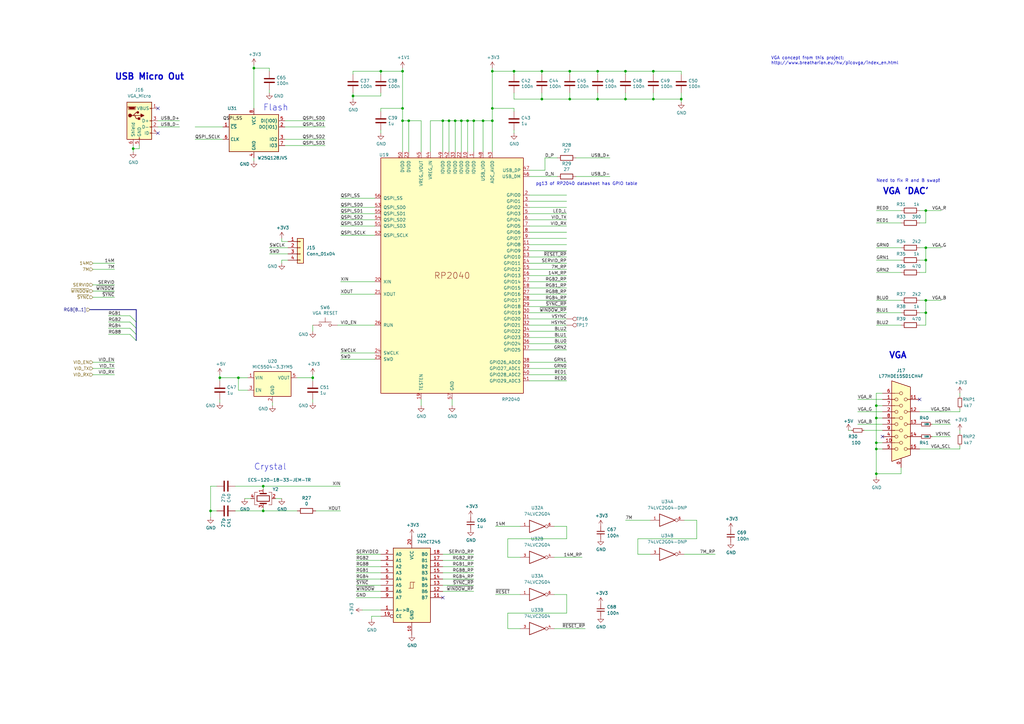
<source format=kicad_sch>
(kicad_sch (version 20211123) (generator eeschema)
  (paper "A3")
  (title_block (title "Apple II to VGA2040 ") (rev "3a") (company "twitch.tv/baldengineer"))
  (junction (at 233.68 29.21))
  (junction (at 107.95 199.39))
  (junction (at 90.17 154.94))
  (junction (at 181.61 49.53))
  (junction (at 379.73 123.19))
  (junction (at 189.23 49.53))
  (junction (at 379.73 101.6))
  (junction (at 267.97 40.64))
  (junction (at 359.41 181.61))
  (junction (at 256.54 29.21))
  (junction (at 54.61 60.96))
  (junction (at 256.54 40.64))
  (junction (at 359.41 166.37))
  (junction (at 97.79 154.94))
  (junction (at 167.64 49.53))
  (junction (at 379.73 86.36))
  (junction (at 359.41 184.15))
  (junction (at 379.73 128.27))
  (junction (at 210.82 29.21))
  (junction (at 165.1 49.53))
  (junction (at 198.12 49.53))
  (junction (at 379.73 106.68))
  (junction (at 128.27 154.94))
  (junction (at 186.69 49.53))
  (junction (at 201.93 29.21))
  (junction (at 222.25 29.21))
  (junction (at 156.21 29.21))
  (junction (at 222.25 40.64))
  (junction (at 184.15 49.53))
  (junction (at 233.68 40.64))
  (junction (at 267.97 29.21))
  (junction (at 104.14 27.94))
  (junction (at 359.41 171.45))
  (junction (at 165.1 29.21))
  (junction (at 201.93 44.45))
  (junction (at 359.41 194.31))
  (junction (at 86.36 209.55))
  (junction (at 245.11 40.64))
  (junction (at 165.1 44.45))
  (junction (at 279.4 40.64))
  (junction (at 194.31 49.53))
  (junction (at 191.77 49.53))
  (junction (at 144.78 39.37))
  (junction (at 107.95 209.55))
  (junction (at 245.11 29.21))
  (junction (at 201.93 49.53))
  (no_connect (at 361.95 179.07))
  (no_connect (at 181.61 245.11))
  (no_connect (at 377.19 163.83))
  (no_connect (at 64.77 54.61))
  (no_connect (at 64.77 44.45))
  (bus_entry (at 53.34 137.16) (size 2.54 2.54))
  (bus_entry (at 53.34 134.62) (size 2.54 2.54))
  (bus_entry (at 53.34 129.54) (size 2.54 2.54))
  (bus_entry (at 53.34 132.08) (size 2.54 2.54))
  (wire (pts (xy 377.19 101.6) (xy 379.73 101.6)))
  (wire (pts (xy 285.75 220.98) (xy 261.62 220.98)))
  (wire (pts (xy 86.36 199.39) (xy 86.36 209.55)))
  (wire (pts (xy 359.41 161.29) (xy 359.41 166.37)))
  (wire (pts (xy 156.21 39.37) (xy 156.21 38.1)))
  (wire (pts (xy 96.52 199.39) (xy 107.95 199.39)))
  (wire (pts (xy 139.7 92.71) (xy 153.67 92.71)))
  (wire (pts (xy 156.21 44.45) (xy 165.1 44.45)))
  (wire (pts (xy 217.17 69.85) (xy 223.52 69.85)))
  (wire (pts (xy 217.17 82.55) (xy 232.41 82.55)))
  (wire (pts (xy 146.05 242.57) (xy 156.21 242.57)))
  (wire (pts (xy 217.17 140.97) (xy 232.41 140.97)))
  (wire (pts (xy 379.73 91.44) (xy 379.73 86.36)))
  (wire (pts (xy 88.9 199.39) (xy 86.36 199.39)))
  (wire (pts (xy 107.95 200.66) (xy 107.95 199.39)))
  (wire (pts (xy 115.57 106.68) (xy 115.57 107.95)))
  (wire (pts (xy 181.61 234.95) (xy 194.31 234.95)))
  (wire (pts (xy 128.27 133.35) (xy 128.27 135.89)))
  (wire (pts (xy 146.05 227.33) (xy 156.21 227.33)))
  (wire (pts (xy 369.57 128.27) (xy 359.41 128.27)))
  (wire (pts (xy 101.6 154.94) (xy 97.79 154.94)))
  (wire (pts (xy 201.93 27.94) (xy 201.93 29.21)))
  (wire (pts (xy 107.95 208.28) (xy 107.95 209.55)))
  (wire (pts (xy 90.17 153.67) (xy 90.17 154.94)))
  (wire (pts (xy 217.17 120.65) (xy 232.41 120.65)))
  (wire (pts (xy 184.15 49.53) (xy 186.69 49.53)))
  (wire (pts (xy 181.61 229.87) (xy 194.31 229.87)))
  (wire (pts (xy 377.19 111.76) (xy 379.73 111.76)))
  (wire (pts (xy 118.11 104.14) (xy 110.49 104.14)))
  (wire (pts (xy 377.19 106.68) (xy 379.73 106.68)))
  (wire (pts (xy 361.95 184.15) (xy 359.41 184.15)))
  (wire (pts (xy 236.22 72.39) (xy 250.19 72.39)))
  (wire (pts (xy 144.78 30.48) (xy 144.78 29.21)))
  (wire (pts (xy 217.17 95.25) (xy 232.41 95.25)))
  (wire (pts (xy 172.72 163.83) (xy 172.72 166.37)))
  (wire (pts (xy 194.31 49.53) (xy 198.12 49.53)))
  (wire (pts (xy 208.28 257.81) (xy 213.36 257.81)))
  (wire (pts (xy 217.17 138.43) (xy 232.41 138.43)))
  (wire (pts (xy 223.52 64.77) (xy 228.6 64.77)))
  (wire (pts (xy 379.73 128.27) (xy 379.73 123.19)))
  (wire (pts (xy 222.25 38.1) (xy 222.25 40.64)))
  (wire (pts (xy 118.11 106.68) (xy 115.57 106.68)))
  (wire (pts (xy 57.15 59.69) (xy 57.15 60.96)))
  (wire (pts (xy 184.15 62.23) (xy 184.15 49.53)))
  (wire (pts (xy 217.17 80.01) (xy 232.41 80.01)))
  (wire (pts (xy 232.41 243.84) (xy 232.41 251.46)))
  (wire (pts (xy 57.15 60.96) (xy 54.61 60.96)))
  (wire (pts (xy 44.45 137.16) (xy 53.34 137.16)))
  (wire (pts (xy 210.82 30.48) (xy 210.82 29.21)))
  (wire (pts (xy 210.82 45.72) (xy 210.82 44.45)))
  (wire (pts (xy 217.17 115.57) (xy 232.41 115.57)))
  (wire (pts (xy 128.27 163.83) (xy 128.27 165.1)))
  (wire (pts (xy 217.17 113.03) (xy 232.41 113.03)))
  (wire (pts (xy 217.17 135.89) (xy 232.41 135.89)))
  (wire (pts (xy 115.57 99.06) (xy 118.11 99.06)))
  (wire (pts (xy 146.05 229.87) (xy 156.21 229.87)))
  (wire (pts (xy 236.22 64.77) (xy 250.19 64.77)))
  (wire (pts (xy 233.68 38.1) (xy 233.68 40.64)))
  (wire (pts (xy 139.7 90.17) (xy 153.67 90.17)))
  (wire (pts (xy 279.4 30.48) (xy 279.4 29.21)))
  (wire (pts (xy 167.64 62.23) (xy 167.64 49.53)))
  (wire (pts (xy 176.53 49.53) (xy 181.61 49.53)))
  (wire (pts (xy 172.72 49.53) (xy 167.64 49.53)))
  (wire (pts (xy 38.1 121.92) (xy 46.99 121.92)))
  (wire (pts (xy 121.92 154.94) (xy 128.27 154.94)))
  (wire (pts (xy 198.12 62.23) (xy 198.12 49.53)))
  (wire (pts (xy 210.82 38.1) (xy 210.82 40.64)))
  (wire (pts (xy 217.17 153.67) (xy 232.41 153.67)))
  (wire (pts (xy 104.14 64.77) (xy 104.14 66.04)))
  (wire (pts (xy 90.17 163.83) (xy 90.17 165.1)))
  (wire (pts (xy 217.17 87.63) (xy 232.41 87.63)))
  (wire (pts (xy 38.1 107.95) (xy 46.99 107.95)))
  (wire (pts (xy 54.61 60.96) (xy 54.61 62.23)))
  (wire (pts (xy 167.64 49.53) (xy 165.1 49.53)))
  (wire (pts (xy 361.95 161.29) (xy 359.41 161.29)))
  (wire (pts (xy 104.14 26.67) (xy 104.14 27.94)))
  (wire (pts (xy 217.17 123.19) (xy 232.41 123.19)))
  (wire (pts (xy 377.19 91.44) (xy 379.73 91.44)))
  (wire (pts (xy 280.67 213.36) (xy 285.75 213.36)))
  (wire (pts (xy 377.19 128.27) (xy 379.73 128.27)))
  (wire (pts (xy 80.01 57.15) (xy 91.44 57.15)))
  (wire (pts (xy 146.05 240.03) (xy 156.21 240.03)))
  (wire (pts (xy 128.27 154.94) (xy 128.27 156.21)))
  (wire (pts (xy 217.17 125.73) (xy 232.41 125.73)))
  (bus (pts (xy 55.88 139.7) (xy 55.88 137.16)))
  (wire (pts (xy 280.67 227.33) (xy 293.37 227.33)))
  (wire (pts (xy 194.31 237.49) (xy 181.61 237.49)))
  (wire (pts (xy 191.77 62.23) (xy 191.77 49.53)))
  (wire (pts (xy 38.1 151.13) (xy 46.99 151.13)))
  (wire (pts (xy 107.95 199.39) (xy 139.7 199.39)))
  (wire (pts (xy 217.17 90.17) (xy 232.41 90.17)))
  (wire (pts (xy 361.95 173.99) (xy 351.79 173.99)))
  (wire (pts (xy 181.61 49.53) (xy 184.15 49.53)))
  (wire (pts (xy 256.54 40.64) (xy 245.11 40.64)))
  (wire (pts (xy 96.52 209.55) (xy 107.95 209.55)))
  (wire (pts (xy 267.97 29.21) (xy 279.4 29.21)))
  (wire (pts (xy 102.87 204.47) (xy 100.33 204.47)))
  (wire (pts (xy 185.42 163.83) (xy 185.42 166.37)))
  (wire (pts (xy 86.36 209.55) (xy 86.36 212.09)))
  (wire (pts (xy 217.17 85.09) (xy 232.41 85.09)))
  (wire (pts (xy 245.11 30.48) (xy 245.11 29.21)))
  (wire (pts (xy 156.21 45.72) (xy 156.21 44.45)))
  (wire (pts (xy 64.77 49.53) (xy 73.66 49.53)))
  (wire (pts (xy 152.4 252.73) (xy 152.4 254)))
  (wire (pts (xy 144.78 38.1) (xy 144.78 39.37)))
  (wire (pts (xy 393.7 176.53) (xy 393.7 177.8)))
  (wire (pts (xy 165.1 29.21) (xy 165.1 44.45)))
  (wire (pts (xy 201.93 29.21) (xy 210.82 29.21)))
  (wire (pts (xy 111.76 166.37) (xy 111.76 165.1)))
  (wire (pts (xy 201.93 29.21) (xy 201.93 44.45)))
  (wire (pts (xy 377.19 133.35) (xy 379.73 133.35)))
  (wire (pts (xy 267.97 40.64) (xy 279.4 40.64)))
  (wire (pts (xy 233.68 30.48) (xy 233.68 29.21)))
  (wire (pts (xy 222.25 40.64) (xy 210.82 40.64)))
  (wire (pts (xy 44.45 132.08) (xy 53.34 132.08)))
  (wire (pts (xy 176.53 62.23) (xy 176.53 49.53)))
  (wire (pts (xy 165.1 49.53) (xy 165.1 62.23)))
  (wire (pts (xy 217.17 148.59) (xy 232.41 148.59)))
  (wire (pts (xy 217.17 128.27) (xy 232.41 128.27)))
  (wire (pts (xy 97.79 154.94) (xy 90.17 154.94)))
  (wire (pts (xy 359.41 111.76) (xy 369.57 111.76)))
  (wire (pts (xy 379.73 133.35) (xy 379.73 128.27)))
  (wire (pts (xy 393.7 161.29) (xy 393.7 162.56)))
  (wire (pts (xy 203.2 243.84) (xy 213.36 243.84)))
  (wire (pts (xy 165.1 44.45) (xy 165.1 49.53)))
  (wire (pts (xy 233.68 40.64) (xy 222.25 40.64)))
  (wire (pts (xy 369.57 86.36) (xy 359.41 86.36)))
  (wire (pts (xy 217.17 100.33) (xy 232.41 100.33)))
  (wire (pts (xy 279.4 38.1) (xy 279.4 40.64)))
  (wire (pts (xy 194.31 240.03) (xy 181.61 240.03)))
  (wire (pts (xy 267.97 38.1) (xy 267.97 40.64)))
  (wire (pts (xy 148.59 250.19) (xy 156.21 250.19)))
  (wire (pts (xy 359.41 166.37) (xy 359.41 171.45)))
  (wire (pts (xy 267.97 30.48) (xy 267.97 29.21)))
  (wire (pts (xy 189.23 49.53) (xy 191.77 49.53)))
  (wire (pts (xy 90.17 154.94) (xy 90.17 156.21)))
  (wire (pts (xy 38.1 153.67) (xy 46.99 153.67)))
  (wire (pts (xy 382.27 179.07) (xy 389.89 179.07)))
  (wire (pts (xy 186.69 62.23) (xy 186.69 49.53)))
  (wire (pts (xy 393.7 184.15) (xy 393.7 182.88)))
  (wire (pts (xy 227.33 228.6) (xy 238.76 228.6)))
  (wire (pts (xy 110.49 36.83) (xy 110.49 38.1)))
  (wire (pts (xy 379.73 101.6) (xy 386.08 101.6)))
  (bus (pts (xy 55.88 134.62) (xy 55.88 132.08)))
  (wire (pts (xy 38.1 116.84) (xy 46.99 116.84)))
  (wire (pts (xy 217.17 72.39) (xy 228.6 72.39)))
  (wire (pts (xy 361.95 163.83) (xy 351.79 163.83)))
  (wire (pts (xy 144.78 29.21) (xy 156.21 29.21)))
  (wire (pts (xy 153.67 96.52) (xy 139.7 96.52)))
  (wire (pts (xy 361.95 181.61) (xy 359.41 181.61)))
  (wire (pts (xy 201.93 44.45) (xy 210.82 44.45)))
  (wire (pts (xy 261.62 227.33) (xy 266.7 227.33)))
  (wire (pts (xy 245.11 38.1) (xy 245.11 40.64)))
  (wire (pts (xy 116.84 57.15) (xy 133.35 57.15)))
  (wire (pts (xy 223.52 64.77) (xy 223.52 69.85)))
  (wire (pts (xy 101.6 160.02) (xy 97.79 160.02)))
  (wire (pts (xy 379.73 101.6) (xy 379.73 106.68)))
  (wire (pts (xy 107.95 209.55) (xy 121.92 209.55)))
  (wire (pts (xy 208.28 220.98) (xy 208.28 228.6)))
  (wire (pts (xy 369.57 123.19) (xy 359.41 123.19)))
  (wire (pts (xy 217.17 92.71) (xy 232.41 92.71)))
  (wire (pts (xy 139.7 115.57) (xy 153.67 115.57)))
  (wire (pts (xy 113.03 204.47) (xy 115.57 204.47)))
  (wire (pts (xy 156.21 29.21) (xy 165.1 29.21)))
  (wire (pts (xy 181.61 232.41) (xy 194.31 232.41)))
  (wire (pts (xy 379.73 106.68) (xy 379.73 111.76)))
  (wire (pts (xy 217.17 110.49) (xy 232.41 110.49)))
  (wire (pts (xy 172.72 62.23) (xy 172.72 49.53)))
  (wire (pts (xy 146.05 237.49) (xy 156.21 237.49)))
  (wire (pts (xy 256.54 29.21) (xy 267.97 29.21)))
  (wire (pts (xy 88.9 209.55) (xy 86.36 209.55)))
  (wire (pts (xy 156.21 252.73) (xy 152.4 252.73)))
  (wire (pts (xy 369.57 101.6) (xy 359.41 101.6)))
  (wire (pts (xy 210.82 29.21) (xy 222.25 29.21)))
  (wire (pts (xy 116.84 49.53) (xy 133.35 49.53)))
  (wire (pts (xy 153.67 120.65) (xy 139.7 120.65)))
  (wire (pts (xy 359.41 171.45) (xy 359.41 181.61)))
  (wire (pts (xy 233.68 29.21) (xy 245.11 29.21)))
  (wire (pts (xy 128.27 153.67) (xy 128.27 154.94)))
  (wire (pts (xy 377.19 184.15) (xy 393.7 184.15)))
  (wire (pts (xy 217.17 156.21) (xy 232.41 156.21)))
  (wire (pts (xy 232.41 251.46) (xy 208.28 251.46)))
  (wire (pts (xy 369.57 194.31) (xy 369.57 191.77)))
  (wire (pts (xy 208.28 228.6) (xy 213.36 228.6)))
  (wire (pts (xy 144.78 39.37) (xy 144.78 40.64)))
  (wire (pts (xy 181.61 242.57) (xy 194.31 242.57)))
  (wire (pts (xy 153.67 81.28) (xy 139.7 81.28)))
  (wire (pts (xy 139.7 85.09) (xy 153.67 85.09)))
  (wire (pts (xy 97.79 160.02) (xy 97.79 154.94)))
  (wire (pts (xy 382.27 173.99) (xy 389.89 173.99)))
  (wire (pts (xy 285.75 213.36) (xy 285.75 220.98)))
  (wire (pts (xy 146.05 232.41) (xy 156.21 232.41)))
  (wire (pts (xy 359.41 133.35) (xy 369.57 133.35)))
  (wire (pts (xy 194.31 49.53) (xy 194.31 62.23)))
  (wire (pts (xy 116.84 59.69) (xy 133.35 59.69)))
  (wire (pts (xy 156.21 53.34) (xy 156.21 54.61)))
  (wire (pts (xy 146.05 245.11) (xy 156.21 245.11)))
  (wire (pts (xy 369.57 106.68) (xy 359.41 106.68)))
  (wire (pts (xy 118.11 101.6) (xy 110.49 101.6)))
  (wire (pts (xy 361.95 171.45) (xy 359.41 171.45)))
  (wire (pts (xy 359.41 194.31) (xy 359.41 195.58)))
  (wire (pts (xy 261.62 220.98) (xy 261.62 227.33)))
  (wire (pts (xy 138.43 133.35) (xy 153.67 133.35)))
  (wire (pts (xy 217.17 102.87) (xy 232.41 102.87)))
  (wire (pts (xy 256.54 213.36) (xy 266.7 213.36)))
  (wire (pts (xy 361.95 168.91) (xy 351.79 168.91)))
  (wire (pts (xy 201.93 49.53) (xy 201.93 62.23)))
  (wire (pts (xy 359.41 194.31) (xy 369.57 194.31)))
  (wire (pts (xy 379.73 123.19) (xy 386.08 123.19)))
  (wire (pts (xy 217.17 130.81) (xy 232.41 130.81)))
  (wire (pts (xy 359.41 184.15) (xy 359.41 194.31)))
  (wire (pts (xy 44.45 129.54) (xy 53.34 129.54)))
  (wire (pts (xy 359.41 91.44) (xy 369.57 91.44)))
  (bus (pts (xy 55.88 132.08) (xy 55.88 127)))
  (wire (pts (xy 377.19 123.19) (xy 379.73 123.19)))
  (wire (pts (xy 227.33 257.81) (xy 240.03 257.81)))
  (wire (pts (xy 38.1 119.38) (xy 46.99 119.38)))
  (wire (pts (xy 256.54 30.48) (xy 256.54 29.21)))
  (wire (pts (xy 144.78 39.37) (xy 156.21 39.37)))
  (wire (pts (xy 129.54 209.55) (xy 139.7 209.55)))
  (wire (pts (xy 54.61 59.69) (xy 54.61 60.96)))
  (wire (pts (xy 186.69 49.53) (xy 189.23 49.53)))
  (wire (pts (xy 115.57 97.79) (xy 115.57 99.06)))
  (wire (pts (xy 198.12 49.53) (xy 201.93 49.53)))
  (wire (pts (xy 354.33 176.53) (xy 361.95 176.53)))
  (wire (pts (xy 377.19 86.36) (xy 379.73 86.36)))
  (wire (pts (xy 359.41 181.61) (xy 359.41 184.15)))
  (wire (pts (xy 217.17 143.51) (xy 232.41 143.51)))
  (wire (pts (xy 217.17 133.35) (xy 232.41 133.35)))
  (bus (pts (xy 36.83 127) (xy 55.88 127)))
  (wire (pts (xy 110.49 29.21) (xy 110.49 27.94)))
  (wire (pts (xy 232.41 215.9) (xy 232.41 220.98)))
  (wire (pts (xy 232.41 220.98) (xy 208.28 220.98)))
  (wire (pts (xy 347.98 176.53) (xy 349.25 176.53)))
  (wire (pts (xy 104.14 27.94) (xy 104.14 44.45)))
  (wire (pts (xy 146.05 234.95) (xy 156.21 234.95)))
  (wire (pts (xy 203.2 215.9) (xy 213.36 215.9)))
  (wire (pts (xy 377.19 168.91) (xy 393.7 168.91)))
  (wire (pts (xy 279.4 40.64) (xy 279.4 41.91)))
  (wire (pts (xy 217.17 118.11) (xy 232.41 118.11)))
  (wire (pts (xy 165.1 27.94) (xy 165.1 29.21)))
  (wire (pts (xy 210.82 53.34) (xy 210.82 54.61)))
  (wire (pts (xy 139.7 87.63) (xy 153.67 87.63)))
  (wire (pts (xy 38.1 148.59) (xy 46.99 148.59)))
  (wire (pts (xy 379.73 86.36) (xy 386.08 86.36)))
  (wire (pts (xy 181.61 227.33) (xy 194.31 227.33)))
  (wire (pts (xy 245.11 40.64) (xy 233.68 40.64)))
  (wire (pts (xy 393.7 167.64) (xy 393.7 168.91)))
  (wire (pts (xy 217.17 151.13) (xy 232.41 151.13)))
  (wire (pts (xy 256.54 38.1) (xy 256.54 40.64)))
  (wire (pts (xy 222.25 29.21) (xy 233.68 29.21)))
  (wire (pts (xy 38.1 110.49) (xy 46.99 110.49)))
  (wire (pts (xy 181.61 62.23) (xy 181.61 49.53)))
  (wire (pts (xy 44.45 134.62) (xy 53.34 134.62)))
  (wire (pts (xy 208.28 251.46) (xy 208.28 257.81)))
  (wire (pts (xy 80.01 52.07) (xy 91.44 52.07)))
  (wire (pts (xy 153.67 147.32) (xy 139.7 147.32)))
  (bus (pts (xy 55.88 137.16) (xy 55.88 134.62)))
  (wire (pts (xy 217.17 105.41) (xy 232.41 105.41)))
  (wire (pts (xy 227.33 243.84) (xy 232.41 243.84)))
  (wire (pts (xy 64.77 52.07) (xy 73.66 52.07)))
  (wire (pts (xy 267.97 40.64) (xy 256.54 40.64)))
  (wire (pts (xy 227.33 215.9) (xy 232.41 215.9)))
  (wire (pts (xy 156.21 30.48) (xy 156.21 29.21)))
  (wire (pts (xy 361.95 166.37) (xy 359.41 166.37)))
  (wire (pts (xy 222.25 30.48) (xy 222.25 29.21)))
  (wire (pts (xy 110.49 27.94) (xy 104.14 27.94)))
  (wire (pts (xy 191.77 49.53) (xy 194.31 49.53)))
  (wire (pts (xy 116.84 52.07) (xy 133.35 52.07)))
  (wire (pts (xy 153.67 144.78) (xy 139.7 144.78)))
  (wire (pts (xy 189.23 62.23) (xy 189.23 49.53)))
  (wire (pts (xy 245.11 29.21) (xy 256.54 29.21)))
  (wire (pts (xy 201.93 44.45) (xy 201.93 49.53)))
  (wire (pts (xy 217.17 107.95) (xy 232.41 107.95)))
  (wire (pts (xy 217.17 97.79) (xy 232.41 97.79)))
  (text "Need to fix R and B swap!" (at 359.41 74.93 0) (effects (font (size 1.27 1.27)) (justify left bottom)))
  (text "Crystal" (at 104.14 193.04 0) (effects (font (size 2.54 2.54)) (justify left bottom)))
  (text "VGA" (at 364.49 147.32 0) (effects (font (size 2.54 2.54) (thickness 0.508) bold) (justify left bottom)))
  (text "Flash" (at 107.95 45.72 0) (effects (font (size 2.54 2.54)) (justify left bottom)))
  (text "VGA concept from this project:\nhttp://www.breatharian.eu/hw/picovga/index_en.html" (at 316.23 26.67 0) (effects (font (size 1.27 1.27)) (justify left bottom)))
  (text "pg13 of RP2040 datasheet has GPIO table" (at 219.71 76.2 0) (effects (font (size 1.27 1.27)) (justify left bottom)))
  (text "VGA 'DAC'" (at 361.95 80.01 0) (effects (font (size 2.54 2.54) (thickness 0.508) bold) (justify left bottom)))
  (text "USB Micro Out	" (at 46.99 33.02 0) (effects (font (size 2.54 2.54) (thickness 0.508) bold) (justify left bottom)))
  (label "SERVID_RP" (at 232.41 107.95 180))
  (label "SWCLK" (at 139.7 144.78 0))
  (label "RGB4" (at 146.05 237.49 0))
  (label "~{SYNC}" (at 46.99 121.92 180))
  (label "GRN2" (at 232.41 143.51 180))
  (label "VGA_SCL" (at 389.89 184.15 180))
  (label "HSYNC" (at 232.41 133.35 180))
  (label "RED1" (at 232.41 153.67 180))
  (label "14M" (at 203.2 215.9 0))
  (label "~{RESET}" (at 203.2 243.84 0))
  (label "VSYNC" (at 389.89 179.07 180))
  (label "QSPI_SCLK" (at 80.01 57.15 0))
  (label "GRN0" (at 232.41 151.13 180))
  (label "~{SYNC}" (at 146.05 240.03 0))
  (label "~{SYNC_RP}" (at 232.41 125.73 180))
  (label "BLU1" (at 359.41 128.27 0))
  (label "XIN" (at 139.7 115.57 0))
  (label "RGB4" (at 44.45 134.62 0))
  (label "RGB8" (at 44.45 137.16 0))
  (label "SWD" (at 139.7 147.32 0))
  (label "VSYNC" (at 232.41 130.81 180))
  (label "QSPI_SD3" (at 133.35 59.69 180))
  (label "USB_D+" (at 250.19 64.77 180))
  (label "VID_TX" (at 232.41 90.17 180))
  (label "RGB1" (at 44.45 129.54 0))
  (label "~{WINDOW}" (at 146.05 242.57 0))
  (label "RGB4_RP" (at 232.41 123.19 180))
  (label "VID_RX" (at 232.41 92.71 180))
  (label "QSPI_SD0" (at 139.7 85.09 0))
  (label "VGA_R" (at 382.27 86.36 0))
  (label "~{RESET_RP}" (at 240.03 257.81 180))
  (label "RGB1" (at 146.05 234.95 0))
  (label "VID_EN" (at 139.7 133.35 0))
  (label "14M_RP" (at 232.41 113.03 180))
  (label "GRN1" (at 232.41 148.59 180))
  (label "LED_L" (at 232.41 87.63 180))
  (label "USB_D-" (at 250.19 72.39 180))
  (label "RGB1_RP" (at 194.31 232.41 180))
  (label "BLU0" (at 359.41 123.19 0))
  (label "QSPI_SD2" (at 133.35 57.15 180))
  (label "VID_EN" (at 46.99 148.59 180))
  (label "VGA_B" (at 382.27 123.19 0))
  (label "QSPI_SS" (at 139.7 81.28 0))
  (label "XOUT" (at 139.7 120.65 0))
  (label "RGB4_RP" (at 194.31 237.49 180))
  (label "SERVID" (at 46.99 116.84 180))
  (label "D_P" (at 223.52 64.77 0))
  (label "VGA_B" (at 351.79 173.99 0))
  (label "RGB2" (at 146.05 229.87 0))
  (label "VGA_SDA" (at 389.89 168.91 180))
  (label "BLU2" (at 232.41 135.89 180))
  (label "VGA_G" (at 351.79 168.91 0))
  (label "QSPI_SD1" (at 133.35 52.07 180))
  (label "XOUT" (at 139.7 209.55 180))
  (label "BLU2" (at 359.41 133.35 0))
  (label "XIN" (at 139.7 199.39 180))
  (label "SERVIDEO" (at 146.05 227.33 0))
  (label "~{WINDOW_RP}" (at 194.31 242.57 180))
  (label "QSPI_SD3" (at 139.7 92.71 0))
  (label "VID_TX" (at 46.99 151.13 180))
  (label "RED1" (at 359.41 91.44 0))
  (label "7M" (at 256.54 213.36 0))
  (label "~{SYNC_RP}" (at 194.31 240.03 180))
  (label "GRN0" (at 359.41 101.6 0))
  (label "GRN2" (at 359.41 111.76 0))
  (label "RGB8_RP" (at 232.41 120.65 180))
  (label "VID_RX" (at 46.99 153.67 180))
  (label "QSPI_SS" (at 91.44 49.53 0))
  (label "SERVID_RP" (at 194.31 227.33 180))
  (label "7M_RP" (at 232.41 110.49 180))
  (label "VGA_R" (at 351.79 163.83 0))
  (label "HSYNC" (at 389.89 173.99 180))
  (label "RED0" (at 359.41 86.36 0))
  (label "RGB2_RP" (at 232.41 115.57 180))
  (label "SWCLK" (at 110.49 101.6 0))
  (label "BLU0" (at 232.41 140.97 180))
  (label "QSPI_SCLK" (at 139.7 96.52 0))
  (label "~{WINDOW_RP}" (at 232.41 128.27 180))
  (label "7M" (at 46.99 110.49 180))
  (label "RED0" (at 232.41 156.21 180))
  (label "D_N" (at 223.52 72.39 0))
  (label "USB_D+" (at 73.66 49.53 180))
  (label "GRN1" (at 359.41 106.68 0))
  (label "RGB8_RP" (at 194.31 234.95 180))
  (label "7M_RP" (at 293.37 227.33 180))
  (label "14M" (at 46.99 107.95 180))
  (label "~{RESET_RP}" (at 232.41 105.41 180))
  (label "GND" (at 146.05 245.11 0))
  (label "SWD" (at 110.49 104.14 0))
  (label "RGB2_RP" (at 194.31 229.87 180))
  (label "BLU1" (at 232.41 138.43 180))
  (label "~{WINDOW}" (at 46.99 119.38 180))
  (label "14M_RP" (at 238.76 228.6 180))
  (label "QSPI_SD1" (at 139.7 87.63 0))
  (label "RGB2" (at 44.45 132.08 0))
  (label "QSPI_SD2" (at 139.7 90.17 0))
  (label "VGA_G" (at 382.27 101.6 0))
  (label "USB_D-" (at 73.66 52.07 180))
  (label "RGB8" (at 146.05 232.41 0))
  (label "RGB1_RP" (at 232.41 118.11 180))
  (label "QSPI_SD0" (at 133.35 49.53 180))
  (hierarchical_label "~{SYNC}" (shape input) (at 38.1 121.92 180))
  (hierarchical_label "VID_RX" (shape input) (at 38.1 153.67 180))
  (hierarchical_label "~{WINDOW}" (shape input) (at 38.1 119.38 180))
  (hierarchical_label "RGB[8..1]" (shape input) (at 36.83 127 180))
  (hierarchical_label "7M" (shape input) (at 38.1 110.49 180))
  (hierarchical_label "SERVID" (shape input) (at 38.1 116.84 180))
  (hierarchical_label "14M" (shape input) (at 38.1 107.95 180))
  (hierarchical_label "VID_TX" (shape input) (at 38.1 151.13 180))
  (hierarchical_label "VID_EN" (shape input) (at 38.1 148.59 180))
  (symbol (lib_id "Device:C") (at 279.4 34.29 0) (unit 1)
    (property "Reference" "C50" (at 282.321 33.1216 0) (effects (justify left)))
    (property "Value" "100n" (at 282.321 35.433 0) (effects (justify left)))
    (property "Footprint" "Capacitor_SMD:C_0603_1608Metric" (effects hide))
  )
  (symbol (lib_id "Switch:SW_Push") (at 133.35 133.35 0) (unit 1)
    (property "Reference" "SW6" (at 133.35 126.111 0))
    (property "Value" "VGA RESET" (at 133.35 128.4224 0))
    (property "Footprint" "My Libraries:SW_Push_CK_PTS525_SM15" (effects hide))
  )
  (symbol (lib_id "My_Library:R_0805") (at 351.79 176.53 90) (unit 1)
    (property "Reference" "R30" (at 351.79 179.07 90) (effects (justify left)))
    (property "Value" "100" (at 353.06 181.61 90) (effects (justify left)))
    (property "Footprint" "Resistor_SMD:R_0402_1005Metric" (effects hide))
  )
  (symbol (lib_id "power:GND") (at 210.82 54.61 0) (unit 1)
    (property "Reference" "#PWR0258" (effects hide))
    (property "Value" "GND" (at 210.947 59.0042 0))
  )
  (symbol (lib_id "Device:C") (at 210.82 49.53 0) (unit 1)
    (property "Reference" "C43" (at 213.741 48.3616 0) (effects (justify left)))
    (property "Value" "1u" (at 213.741 50.673 0) (effects (justify left)))
    (property "Footprint" "Capacitor_SMD:C_0603_1608Metric" (effects hide))
  )
  (symbol (lib_id "power:GND") (at 193.04 217.17 0) (unit 1)
    (property "Reference" "#PWR0338" (effects hide))
    (property "Value" "GND" (at 193.167 221.5642 0))
  )
  (symbol (lib_id "Device:R") (at 373.38 133.35 270) (unit 1)
    (property "Reference" "R39" (at 369.57 130.81 90))
    (property "Value" "470" (at 375.92 130.81 90))
    (property "Footprint" "Resistor_SMD:R_0402_1005Metric" (effects hide))
  )
  (symbol (lib_id "power:GND") (at 144.78 40.64 0) (unit 1)
    (property "Reference" "#PWR0260" (effects hide))
    (property "Value" "GND" (at 144.907 45.0342 0))
  )
  (symbol (lib_id "Device:R") (at 373.38 128.27 270) (unit 1)
    (property "Reference" "R38" (at 369.57 125.73 90))
    (property "Value" "1k" (at 375.92 125.73 90))
    (property "Footprint" "Resistor_SMD:R_0402_1005Metric" (effects hide))
  )
  (symbol (lib_id "Connector:DB15_Female_HighDensity_MountingHoles") (at 369.57 173.99 0) (unit 1)
    (property "Reference" "J17" (at 369.57 151.9682 0))
    (property "Value" "L77HDE15SD1CH4F" (at 369.57 154.2796 0))
    (property "Footprint" "Connector_Dsub:DSUB-15-HD_Female_Horizontal_P2.29x1.98mm_EdgePinOffset8.35mm_Housed_MountingHolesOffset10.89mm" (effects hide))
    (property "Datasheet" " ~" (effects hide))
  )
  (symbol (lib_id "Device:C") (at 110.49 33.02 0) (unit 1)
    (property "Reference" "C65" (at 113.411 31.8516 0) (effects (justify left)))
    (property "Value" "100n" (at 113.411 34.163 0) (effects (justify left)))
    (property "Footprint" "Capacitor_SMD:C_0805_2012Metric" (effects hide))
  )
  (symbol (lib_id "power:GND") (at 279.4 41.91 0) (unit 1)
    (property "Reference" "#PWR0278" (effects hide))
    (property "Value" "GND" (at 279.527 46.3042 0))
  )
  (symbol (lib_id "Device:R") (at 232.41 64.77 270) (unit 1)
    (property "Reference" "R28" (at 232.41 59.5122 90))
    (property "Value" "27" (at 232.41 61.8236 90))
    (property "Footprint" "Resistor_SMD:R_0603_1608Metric" (effects hide))
  )
  (symbol (lib_id "power:+3V3") (at 115.57 97.79 0) (unit 1)
    (property "Reference" "#PWR0264" (effects hide))
    (property "Value" "+3V3" (at 115.951 93.3958 0))
  )
  (symbol (lib_id "power:+5V") (at 90.17 153.67 0) (unit 1)
    (property "Reference" "#PWR0286" (effects hide))
    (property "Value" "+5V" (at 90.551 149.2758 0))
  )
  (symbol (lib_id "power:GND") (at 152.4 254 0) (unit 1)
    (property "Reference" "#PWR0274" (effects hide))
    (property "Value" "GND" (at 152.527 258.3942 0))
  )
  (symbol (lib_id "My Library:TestPoint_Harwin") (at 232.41 130.81 270) (unit 1)
    (property "Reference" "TP16" (at 238.76 130.81 90))
    (property "Value" "TestPoint_Harwin" (effects hide))
    (property "Footprint" "My Libraries:Harwin-S1751-46-Test-Point" (effects hide))
  )
  (symbol (lib_id "power:+3.3V") (at 246.38 247.65 0) (unit 1)
    (property "Reference" "#PWR0277" (effects hide))
    (property "Value" "+3.3V" (at 246.761 243.2558 0))
  )
  (symbol (lib_id "Device:R") (at 373.38 111.76 270) (unit 1)
    (property "Reference" "R36" (at 369.57 109.22 90))
    (property "Value" "470" (at 375.92 109.22 90))
    (property "Footprint" "Resistor_SMD:R_0402_1005Metric" (effects hide))
  )
  (symbol (lib_id "Device:C") (at 233.68 34.29 0) (unit 1)
    (property "Reference" "C45" (at 236.601 33.1216 0) (effects (justify left)))
    (property "Value" "100n" (at 236.601 35.433 0) (effects (justify left)))
    (property "Footprint" "Capacitor_SMD:C_0603_1608Metric" (effects hide))
  )
  (symbol (lib_id "power:+3V3") (at 393.7 161.29 0) (unit 1)
    (property "Reference" "#PWR0272" (effects hide))
    (property "Value" "+3V3" (at 394.081 156.8958 0))
  )
  (symbol (lib_id "Memory_Flash:W25Q128JVS") (at 104.14 54.61 0) (unit 1)
    (property "Reference" "U31" (at 95.25 44.45 0))
    (property "Value" "W25Q128JVS" (at 111.76 64.77 0))
    (property "Footprint" "Package_SO:SOIC-8_5.23x5.23mm_P1.27mm" (effects hide))
    (property "Datasheet" "http://www.winbond.com/resource-files/w25q128jv_dtr%20revc%2003272018%20plus.pdf" (effects hide))
    (property "MFN" "W25Q128JVSIM TR" (effects hide))
    (property "SPN" "W25Q128JVSIMTR-ND" (effects hide))
  )
  (symbol (lib_id "power:+3V3") (at 128.27 153.67 0) (unit 1)
    (property "Reference" "#PWR0268" (effects hide))
    (property "Value" "+3V3" (at 128.651 149.2758 0))
  )
  (symbol (lib_id "power:GND") (at 115.57 107.95 0) (unit 1)
    (property "Reference" "#PWR0266" (effects hide))
    (property "Value" "GND" (at 111.76 109.22 0))
  )
  (symbol (lib_id "My Library:TestPoint_Harwin") (at 232.41 133.35 270) (unit 1)
    (property "Reference" "TP17" (at 238.76 133.35 90))
    (property "Value" "TestPoint_Harwin" (effects hide))
    (property "Footprint" "My Libraries:Harwin-S1751-46-Test-Point" (effects hide))
  )
  (symbol (lib_id "Connector_Generic:Conn_01x04") (at 123.19 101.6 0) (unit 1)
    (property "Reference" "J15" (at 125.73 101.5999 0) (effects (justify left)))
    (property "Value" "Conn_01x04" (at 125.73 104.1399 0) (effects (justify left)))
    (property "Footprint" "Connector_PinHeader_2.54mm:PinHeader_1x04_P2.54mm_Vertical" (effects hide))
  )
  (symbol (lib_id "power:+3.3V") (at 148.59 250.19 90) (unit 1)
    (property "Reference" "#PWR0275" (effects hide))
    (property "Value" "+3.3V" (at 144.1958 249.809 0))
  )
  (symbol (lib_id "Device:C") (at 245.11 34.29 0) (unit 1)
    (property "Reference" "C46" (at 248.031 33.1216 0) (effects (justify left)))
    (property "Value" "100n" (at 248.031 35.433 0) (effects (justify left)))
    (property "Footprint" "Capacitor_SMD:C_0603_1608Metric" (effects hide))
  )
  (symbol (lib_name "74LVC2G04_5") (lib_id "74xGxx:74LVC2G04") (at 220.98 257.81 0) (unit 2)
    (property "Reference" "U33" (at 220.345 250.19 0))
    (property "Value" "74LVC2G04" (at 220.345 252.73 0))
    (property "Footprint" "Package_TO_SOT_SMD:SOT-23-6" (effects hide))
    (property "Datasheet" "http://www.ti.com/lit/sg/scyt129e/scyt129e.pdf" (effects hide))
  )
  (symbol (lib_id "Connector:USB_B_Micro") (at 57.15 49.53 0) (unit 1)
    (property "Reference" "J16" (at 57.15 36.83 0))
    (property "Value" "VGA_Micro" (at 57.15 39.37 0))
    (property "Footprint" "Connector_USB:USB_Micro-B_GCT_USB3076-30-A" (effects hide))
  )
  (symbol (lib_id "power:GND") (at 172.72 166.37 0) (unit 1)
    (property "Reference" "#PWR0283" (effects hide))
    (property "Value" "GND" (at 172.847 170.7642 0))
  )
  (symbol (lib_id "power:GND") (at 185.42 166.37 0) (unit 1)
    (property "Reference" "#PWR0281" (effects hide))
    (property "Value" "GND" (at 185.547 170.7642 0))
  )
  (symbol (lib_id "74xGxx:74LVC2G04") (at 274.32 227.33 0) (unit 2)
    (property "Reference" "U34" (at 273.685 219.71 0))
    (property "Value" "74LVC2G04-DNP" (at 273.685 222.25 0))
    (property "Footprint" "Package_TO_SOT_SMD:SOT-23-6" (effects hide))
    (property "Datasheet" "http://www.ti.com/lit/sg/scyt129e/scyt129e.pdf" (effects hide))
  )
  (symbol (lib_id "My_Library:R_0805") (at 379.73 173.99 90) (unit 1)
    (property "Reference" "R40" (at 381 171.45 90) (effects (justify left)))
    (property "Value" "100" (at 381 173.99 90) (effects (font (size 0.635 0.635)) (justify left)))
    (property "Footprint" "Resistor_SMD:R_0402_1005Metric" (effects hide))
  )
  (symbol (lib_id "My Library:C_0805") (at 299.72 219.71 0) (unit 1)
    (property "Reference" "C69" (at 302.26 218.4462 0) (effects (justify left)))
    (property "Value" "100n" (at 302.26 220.9862 0) (effects (justify left)))
    (property "Footprint" "Capacitor_SMD:C_0603_1608Metric" (effects hide))
  )
  (symbol (lib_id "Device:C") (at 256.54 34.29 0) (unit 1)
    (property "Reference" "C48" (at 259.461 33.1216 0) (effects (justify left)))
    (property "Value" "100n" (at 259.461 35.433 0) (effects (justify left)))
    (property "Footprint" "Capacitor_SMD:C_0603_1608Metric" (effects hide))
  )
  (symbol (lib_id "Device:R") (at 373.38 86.36 270) (unit 1)
    (property "Reference" "R31" (at 369.57 83.82 90))
    (property "Value" "1k" (at 375.92 83.82 90))
    (property "Footprint" "Resistor_SMD:R_0402_1005Metric" (effects hide))
  )
  (symbol (lib_id "power:+1V1") (at 165.1 27.94 0) (unit 1)
    (property "Reference" "#PWR0261" (effects hide))
    (property "Value" "+1V1" (at 165.481 23.5458 0))
  )
  (symbol (lib_id "Device:C") (at 128.27 160.02 0) (unit 1)
    (property "Reference" "C51" (at 131.191 158.8516 0) (effects (justify left)))
    (property "Value" "1u" (at 131.191 161.163 0) (effects (justify left)))
    (property "Footprint" "Capacitor_SMD:C_0805_2012Metric" (effects hide))
  )
  (symbol (lib_id "74xx:74HC245") (at 168.91 240.03 0) (unit 1)
    (property "Reference" "U22" (at 170.9294 219.71 0) (effects (justify left)))
    (property "Value" "74HCT245" (at 170.9294 222.25 0) (effects (justify left)))
    (property "Footprint" "Package_SO:SO-20_5.3x12.6mm_P1.27mm" (effects hide))
    (property "Datasheet" "http://www.ti.com/lit/gpn/sn74HC245" (effects hide))
  )
  (symbol (lib_id "Device:C") (at 156.21 49.53 0) (unit 1)
    (property "Reference" "C39" (at 159.131 48.3616 0) (effects (justify left)))
    (property "Value" "1u" (at 159.131 50.673 0) (effects (justify left)))
    (property "Footprint" "Capacitor_SMD:C_0603_1608Metric" (effects hide))
  )
  (symbol (lib_name "74LVC2G04_1") (lib_id "74xGxx:74LVC2G04") (at 220.98 215.9 0) (unit 1)
    (property "Reference" "U32" (at 220.345 208.28 0))
    (property "Value" "74LVC2G04" (at 220.345 210.82 0))
    (property "Footprint" "Package_TO_SOT_SMD:SOT-23-6" (effects hide))
    (property "Datasheet" "http://www.ti.com/lit/sg/scyt129e/scyt129e.pdf" (effects hide))
  )
  (symbol (lib_id "Device:R") (at 373.38 106.68 270) (unit 1)
    (property "Reference" "R35" (at 369.57 104.14 90))
    (property "Value" "1k" (at 375.92 104.14 90))
    (property "Footprint" "Resistor_SMD:R_0402_1005Metric" (effects hide))
  )
  (symbol (lib_id "Device:Crystal_GND24") (at 107.95 204.47 270) (unit 1)
    (property "Reference" "Y2" (at 111.76 200.66 90) (effects (justify left)))
    (property "Value" "ECS-120-18-33-JEM-TR" (at 101.6 196.85 90) (effects (justify left)))
    (property "Footprint" "Crystal:Crystal_SMD_3225-4Pin_3.2x2.5mm" (effects hide))
    (property "Old PN" "ABLS-12.000MHZ-B4-T" (effects hide))
  )
  (symbol (lib_id "power:+3.3V") (at 193.04 212.09 0) (unit 1)
    (property "Reference" "#PWR0339" (effects hide))
    (property "Value" "+3.3V" (at 193.421 207.6958 0))
  )
  (symbol (lib_id "power:+3V3") (at 393.7 176.53 0) (unit 1)
    (property "Reference" "#PWR0267" (effects hide))
    (property "Value" "+3V3" (at 394.081 172.1358 0))
  )
  (symbol (lib_id "power:GND") (at 168.91 260.35 0) (unit 1)
    (property "Reference" "#PWR0273" (effects hide))
    (property "Value" "GND" (at 169.037 264.7442 0))
  )
  (symbol (lib_id "Device:R") (at 373.38 101.6 270) (unit 1)
    (property "Reference" "R34" (at 369.57 99.06 90))
    (property "Value" "2k2" (at 375.92 99.06 90))
    (property "Footprint" "Resistor_SMD:R_0402_1005Metric" (effects hide))
  )
  (symbol (lib_id "Regulator_Linear:MIC5504-3.3YM5") (at 111.76 157.48 0) (unit 1)
    (property "Reference" "U20" (at 111.76 148.1582 0))
    (property "Value" "MIC5504-3.3YM5" (at 111.76 150.4696 0))
    (property "Footprint" "Package_TO_SOT_SMD:SOT-23-5" (effects hide))
    (property "Datasheet" "http://ww1.microchip.com/downloads/en/DeviceDoc/MIC550X.pdf" (effects hide))
  )
  (symbol (lib_id "Device:C") (at 92.71 199.39 270) (unit 1)
    (property "Reference" "C40" (at 93.8784 202.311 0) (effects (justify left)))
    (property "Value" "27p" (at 91.567 202.311 0) (effects (justify left)))
    (property "Footprint" "Capacitor_SMD:C_0603_1608Metric" (effects hide))
  )
  (symbol (lib_id "My_Library:R_0805") (at 393.7 180.34 180) (unit 1)
    (property "Reference" "RNP2" (at 400.05 179.07 0) (effects (justify left)))
    (property "Value" "4k7" (at 398.78 181.61 0) (effects (justify left)))
    (property "Footprint" "Resistor_SMD:R_0402_1005Metric" (effects hide))
  )
  (symbol (lib_id "power:GND") (at 110.49 38.1 0) (unit 1)
    (property "Reference" "#PWR0333" (effects hide))
    (property "Value" "GND" (at 114.3 39.37 0))
  )
  (symbol (lib_id "power:+5V") (at 347.98 176.53 0) (unit 1)
    (property "Reference" "#PWR0280" (effects hide))
    (property "Value" "+5V" (at 347.98 172.72 0))
  )
  (symbol (lib_name "74LVC2G04_4") (lib_id "74xGxx:74LVC2G04") (at 274.32 213.36 0) (unit 1)
    (property "Reference" "U34" (at 273.685 205.74 0))
    (property "Value" "74LVC2G04-DNP" (at 273.685 208.28 0))
    (property "Footprint" "Package_TO_SOT_SMD:SOT-23-6" (effects hide))
    (property "Datasheet" "http://www.ti.com/lit/sg/scyt129e/scyt129e.pdf" (effects hide))
  )
  (symbol (lib_name "74LVC2G04_3") (lib_id "74xGxx:74LVC2G04") (at 220.98 243.84 0) (unit 1)
    (property "Reference" "U33" (at 220.345 236.22 0))
    (property "Value" "74LVC2G04" (at 220.345 238.76 0))
    (property "Footprint" "Package_TO_SOT_SMD:SOT-23-6" (effects hide))
    (property "Datasheet" "http://www.ti.com/lit/sg/scyt129e/scyt129e.pdf" (effects hide))
  )
  (symbol (lib_id "Device:C") (at 267.97 34.29 0) (unit 1)
    (property "Reference" "C49" (at 270.891 33.1216 0) (effects (justify left)))
    (property "Value" "100n" (at 270.891 35.433 0) (effects (justify left)))
    (property "Footprint" "Capacitor_SMD:C_0603_1608Metric" (effects hide))
  )
  (symbol (lib_id "power:GND") (at 90.17 165.1 0) (unit 1)
    (property "Reference" "#PWR0288" (effects hide))
    (property "Value" "GND" (at 86.36 166.37 0))
  )
  (symbol (lib_id "My_Library:R_0805") (at 379.73 179.07 90) (unit 1)
    (property "Reference" "R41" (at 381 181.61 90) (effects (justify left)))
    (property "Value" "100" (at 381 179.07 90) (effects (font (size 0.635 0.635)) (justify left)))
    (property "Footprint" "Resistor_SMD:R_0402_1005Metric" (effects hide))
  )
  (symbol (lib_id "power:GND") (at 128.27 135.89 0) (unit 1)
    (property "Reference" "#PWR0257" (effects hide))
    (property "Value" "GND" (at 124.46 137.16 0))
  )
  (symbol (lib_id "power:+3.3V") (at 299.72 217.17 0) (unit 1)
    (property "Reference" "#PWR0271" (effects hide))
    (property "Value" "+3.3V" (at 300.101 212.7758 0))
  )
  (symbol (lib_id "power:+3V3") (at 104.14 26.67 0) (unit 1)
    (property "Reference" "#PWR0335" (effects hide))
    (property "Value" "+3V3" (at 104.521 22.2758 0))
  )
  (symbol (lib_id "power:GND") (at 86.36 212.09 0) (unit 1)
    (property "Reference" "#PWR0284" (effects hide))
    (property "Value" "GND" (at 86.487 216.4842 0))
  )
  (symbol (lib_id "Device:C") (at 144.78 34.29 0) (unit 1)
    (property "Reference" "C37" (at 147.701 33.1216 0) (effects (justify left)))
    (property "Value" "100n" (at 147.701 35.433 0) (effects (justify left)))
    (property "Footprint" "Capacitor_SMD:C_0603_1608Metric" (effects hide))
  )
  (symbol (lib_id "power:GND") (at 54.61 62.23 0) (unit 1)
    (property "Reference" "#PWR0263" (effects hide))
    (property "Value" "GND" (at 54.737 66.6242 0))
  )
  (symbol (lib_id "power:GND") (at 115.57 204.47 0) (unit 1)
    (property "Reference" "#PWR0282" (effects hide))
    (property "Value" "GND" (at 115.697 208.8642 0))
  )
  (symbol (lib_id "Device:R") (at 373.38 123.19 270) (unit 1)
    (property "Reference" "R37" (at 369.57 120.65 90))
    (property "Value" "2k2" (at 375.92 120.65 90))
    (property "Footprint" "Resistor_SMD:R_0402_1005Metric" (effects hide))
  )
  (symbol (lib_id "Device:R") (at 232.41 72.39 270) (unit 1)
    (property "Reference" "R29" (at 232.41 67.1322 90))
    (property "Value" "27" (at 232.41 69.4436 90))
    (property "Footprint" "Resistor_SMD:R_0603_1608Metric" (effects hide))
  )
  (symbol (lib_id "Device:C") (at 92.71 209.55 270) (unit 1)
    (property "Reference" "C41" (at 93.8784 212.471 0) (effects (justify left)))
    (property "Value" "27p" (at 91.567 212.471 0) (effects (justify left)))
    (property "Footprint" "Capacitor_SMD:C_0603_1608Metric" (effects hide))
  )
  (symbol (lib_id "My Library:C_0805") (at 246.38 218.44 0) (unit 1)
    (property "Reference" "C67" (at 248.92 217.1762 0) (effects (justify left)))
    (property "Value" "100n" (at 248.92 219.7162 0) (effects (justify left)))
    (property "Footprint" "Capacitor_SMD:C_0603_1608Metric" (effects hide))
  )
  (symbol (lib_id "Device:R") (at 125.73 209.55 270) (unit 1)
    (property "Reference" "R27" (at 125.73 204.2922 90))
    (property "Value" "0" (at 125.73 206.6036 90))
    (property "Footprint" "Resistor_SMD:R_0603_1608Metric" (effects hide))
  )
  (symbol (lib_id "power:GND") (at 359.41 195.58 0) (unit 1)
    (property "Reference" "#PWR0279" (effects hide))
    (property "Value" "GND" (at 359.537 199.9742 0))
  )
  (symbol (lib_id "Device:C") (at 90.17 160.02 0) (unit 1)
    (property "Reference" "C47" (at 93.091 158.8516 0) (effects (justify left)))
    (property "Value" "1u" (at 93.091 161.163 0) (effects (justify left)))
    (property "Footprint" "Capacitor_SMD:C_0805_2012Metric" (effects hide))
  )
  (symbol (lib_id "power:+3.3V") (at 168.91 219.71 0) (unit 1)
    (property "Reference" "#PWR0276" (effects hide))
    (property "Value" "+3.3V" (at 169.291 215.3158 0))
  )
  (symbol (lib_id "power:GND") (at 111.76 166.37 0) (unit 1)
    (property "Reference" "#PWR0287" (effects hide))
    (property "Value" "GND" (at 107.95 167.64 0))
  )
  (symbol (lib_id "power:GND") (at 299.72 222.25 0) (unit 1)
    (property "Reference" "#PWR0270" (effects hide))
    (property "Value" "GND" (at 299.847 226.6442 0))
  )
  (symbol (lib_id "power:+3.3V") (at 246.38 215.9 0) (unit 1)
    (property "Reference" "#PWR0269" (effects hide))
    (property "Value" "+3.3V" (at 246.761 211.5058 0))
  )
  (symbol (lib_id "Device:C") (at 210.82 34.29 0) (unit 1)
    (property "Reference" "C42" (at 213.741 33.1216 0) (effects (justify left)))
    (property "Value" "100n" (at 213.741 35.433 0) (effects (justify left)))
    (property "Footprint" "Capacitor_SMD:C_0603_1608Metric" (effects hide))
  )
  (symbol (lib_id "My_Library:R_0805") (at 393.7 165.1 180) (unit 1)
    (property "Reference" "RNP1" (at 400.05 163.83 0) (effects (justify left)))
    (property "Value" "4k7" (at 398.78 166.37 0) (effects (justify left)))
    (property "Footprint" "Resistor_SMD:R_0402_1005Metric" (effects hide))
  )
  (symbol (lib_id "Device:C") (at 156.21 34.29 0) (unit 1)
    (property "Reference" "C38" (at 159.131 33.1216 0) (effects (justify left)))
    (property "Value" "100n" (at 159.131 35.433 0) (effects (justify left)))
    (property "Footprint" "Capacitor_SMD:C_0603_1608Metric" (effects hide))
  )
  (symbol (lib_id "power:GND") (at 246.38 252.73 0) (unit 1)
    (property "Reference" "#PWR0337" (effects hide))
    (property "Value" "GND" (at 246.507 257.1242 0))
  )
  (symbol (lib_id "power:GND") (at 128.27 165.1 0) (unit 1)
    (property "Reference" "#PWR0265" (effects hide))
    (property "Value" "GND" (at 124.46 166.37 0))
  )
  (symbol (lib_id "My Library:C_0805") (at 193.04 214.63 0) (unit 1)
    (property "Reference" "C66" (at 195.58 213.3662 0) (effects (justify left)))
    (property "Value" "1u" (at 195.58 215.9062 0) (effects (justify left)))
    (property "Footprint" "Capacitor_SMD:C_0603_1608Metric" (effects hide))
  )
  (symbol (lib_id "Device:R") (at 373.38 91.44 270) (unit 1)
    (property "Reference" "R33" (at 369.57 88.9 90))
    (property "Value" "390" (at 375.92 88.9 90))
    (property "Footprint" "Resistor_SMD:R_0402_1005Metric" (effects hide))
  )
  (symbol (lib_id "MCU_RaspberryPi_RP2040:RP2040") (at 185.42 113.03 0) (unit 1)
    (property "Reference" "U19" (at 157.48 63.5 0))
    (property "Value" "RP2040" (at 209.55 163.83 0))
    (property "Footprint" "RP2040_minimal:RP2040-QFN-56" (effects hide))
  )
  (symbol (lib_id "power:GND") (at 100.33 204.47 0) (unit 1)
    (property "Reference" "#PWR0285" (effects hide))
    (property "Value" "GND" (at 100.457 208.8642 0))
  )
  (symbol (lib_id "power:+3V3") (at 201.93 27.94 0) (unit 1)
    (property "Reference" "#PWR0259" (effects hide))
    (property "Value" "+3V3" (at 202.311 23.5458 0))
  )
  (symbol (lib_name "74LVC2G04_2") (lib_id "74xGxx:74LVC2G04") (at 220.98 228.6 0) (unit 2)
    (property "Reference" "U32" (at 220.345 220.98 0))
    (property "Value" "74LVC2G04" (at 220.345 223.52 0))
    (property "Footprint" "Package_TO_SOT_SMD:SOT-23-6" (effects hide))
    (property "Datasheet" "http://www.ti.com/lit/sg/scyt129e/scyt129e.pdf" (effects hide))
  )
  (symbol (lib_id "power:GND") (at 104.14 66.04 0) (unit 1)
    (property "Reference" "#PWR0334" (effects hide))
    (property "Value" "GND" (at 100.33 67.31 0))
  )
  (symbol (lib_id "Device:C") (at 222.25 34.29 0) (unit 1)
    (property "Reference" "C44" (at 225.171 33.1216 0) (effects (justify left)))
    (property "Value" "100n" (at 225.171 35.433 0) (effects (justify left)))
    (property "Footprint" "Capacitor_SMD:C_0603_1608Metric" (effects hide))
  )
  (symbol (lib_id "power:GND") (at 156.21 54.61 0) (unit 1)
    (property "Reference" "#PWR0262" (effects hide))
    (property "Value" "GND" (at 156.337 59.0042 0))
  )
  (symbol (lib_id "My Library:C_0805") (at 246.38 250.19 0) (unit 1)
    (property "Reference" "C68" (at 248.92 248.9262 0) (effects (justify left)))
    (property "Value" "100n" (at 248.92 251.4662 0) (effects (justify left)))
    (property "Footprint" "Capacitor_SMD:C_0603_1608Metric" (effects hide))
  )
  (symbol (lib_id "power:GND") (at 246.38 220.98 0) (unit 1)
    (property "Reference" "#PWR0336" (effects hide))
    (property "Value" "GND" (at 246.507 225.3742 0))
  )
)
</source>
